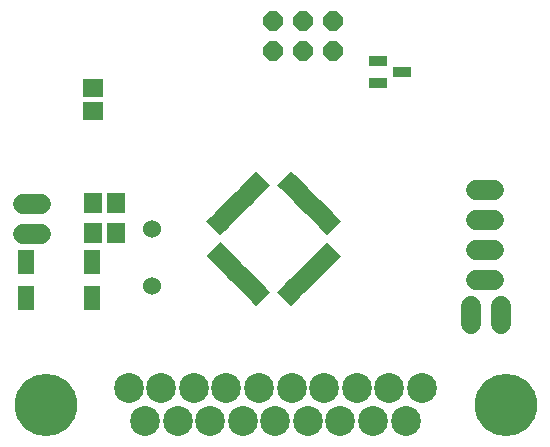
<source format=gts>
G04 EAGLE Gerber RS-274X export*
G75*
%MOMM*%
%FSLAX34Y34*%
%LPD*%
%INSoldermask Top*%
%IPPOS*%
%AMOC8*
5,1,8,0,0,1.08239X$1,22.5*%
G01*
%ADD10R,1.678200X0.503200*%
%ADD11C,2.528200*%
%ADD12C,5.283200*%
%ADD13C,1.524000*%
%ADD14R,1.703200X1.503200*%
%ADD15C,1.727200*%
%ADD16P,1.759533X8X202.500000*%
%ADD17R,1.473200X2.082800*%
%ADD18R,1.503200X1.703200*%
%ADD19R,1.512800X0.822000*%


D10*
G36*
X222232Y244901D02*
X210366Y256767D01*
X213924Y260325D01*
X225790Y248459D01*
X222232Y244901D01*
G37*
G36*
X218697Y241365D02*
X206831Y253231D01*
X210389Y256789D01*
X222255Y244923D01*
X218697Y241365D01*
G37*
G36*
X215161Y237830D02*
X203295Y249696D01*
X206853Y253254D01*
X218719Y241388D01*
X215161Y237830D01*
G37*
G36*
X211626Y234294D02*
X199760Y246160D01*
X203318Y249718D01*
X215184Y237852D01*
X211626Y234294D01*
G37*
G36*
X208090Y230758D02*
X196224Y242624D01*
X199782Y246182D01*
X211648Y234316D01*
X208090Y230758D01*
G37*
G36*
X204555Y227223D02*
X192689Y239089D01*
X196247Y242647D01*
X208113Y230781D01*
X204555Y227223D01*
G37*
G36*
X201019Y223687D02*
X189153Y235553D01*
X192711Y239111D01*
X204577Y227245D01*
X201019Y223687D01*
G37*
G36*
X197484Y220152D02*
X185618Y232018D01*
X189176Y235576D01*
X201042Y223710D01*
X197484Y220152D01*
G37*
G36*
X193948Y216616D02*
X182082Y228482D01*
X185640Y232040D01*
X197506Y220174D01*
X193948Y216616D01*
G37*
G36*
X190412Y213081D02*
X178546Y224947D01*
X182104Y228505D01*
X193970Y216639D01*
X190412Y213081D01*
G37*
G36*
X186877Y209545D02*
X175011Y221411D01*
X178569Y224969D01*
X190435Y213103D01*
X186877Y209545D01*
G37*
G36*
X183341Y206010D02*
X171475Y217876D01*
X175033Y221434D01*
X186899Y209568D01*
X183341Y206010D01*
G37*
G36*
X186899Y196832D02*
X175033Y184966D01*
X171475Y188524D01*
X183341Y200390D01*
X186899Y196832D01*
G37*
G36*
X190435Y193297D02*
X178569Y181431D01*
X175011Y184989D01*
X186877Y196855D01*
X190435Y193297D01*
G37*
G36*
X193970Y189761D02*
X182104Y177895D01*
X178546Y181453D01*
X190412Y193319D01*
X193970Y189761D01*
G37*
G36*
X197506Y186226D02*
X185640Y174360D01*
X182082Y177918D01*
X193948Y189784D01*
X197506Y186226D01*
G37*
G36*
X201042Y182690D02*
X189176Y170824D01*
X185618Y174382D01*
X197484Y186248D01*
X201042Y182690D01*
G37*
G36*
X204577Y179155D02*
X192711Y167289D01*
X189153Y170847D01*
X201019Y182713D01*
X204577Y179155D01*
G37*
G36*
X208113Y175619D02*
X196247Y163753D01*
X192689Y167311D01*
X204555Y179177D01*
X208113Y175619D01*
G37*
G36*
X211648Y172084D02*
X199782Y160218D01*
X196224Y163776D01*
X208090Y175642D01*
X211648Y172084D01*
G37*
G36*
X215184Y168548D02*
X203318Y156682D01*
X199760Y160240D01*
X211626Y172106D01*
X215184Y168548D01*
G37*
G36*
X218719Y165012D02*
X206853Y153146D01*
X203295Y156704D01*
X215161Y168570D01*
X218719Y165012D01*
G37*
G36*
X222255Y161477D02*
X210389Y149611D01*
X206831Y153169D01*
X218697Y165035D01*
X222255Y161477D01*
G37*
G36*
X225790Y157941D02*
X213924Y146075D01*
X210366Y149633D01*
X222232Y161499D01*
X225790Y157941D01*
G37*
G36*
X243276Y146075D02*
X231410Y157941D01*
X234968Y161499D01*
X246834Y149633D01*
X243276Y146075D01*
G37*
G36*
X246811Y149611D02*
X234945Y161477D01*
X238503Y165035D01*
X250369Y153169D01*
X246811Y149611D01*
G37*
G36*
X250347Y153146D02*
X238481Y165012D01*
X242039Y168570D01*
X253905Y156704D01*
X250347Y153146D01*
G37*
G36*
X253882Y156682D02*
X242016Y168548D01*
X245574Y172106D01*
X257440Y160240D01*
X253882Y156682D01*
G37*
G36*
X257418Y160218D02*
X245552Y172084D01*
X249110Y175642D01*
X260976Y163776D01*
X257418Y160218D01*
G37*
G36*
X260953Y163753D02*
X249087Y175619D01*
X252645Y179177D01*
X264511Y167311D01*
X260953Y163753D01*
G37*
G36*
X264489Y167289D02*
X252623Y179155D01*
X256181Y182713D01*
X268047Y170847D01*
X264489Y167289D01*
G37*
G36*
X268024Y170824D02*
X256158Y182690D01*
X259716Y186248D01*
X271582Y174382D01*
X268024Y170824D01*
G37*
G36*
X271560Y174360D02*
X259694Y186226D01*
X263252Y189784D01*
X275118Y177918D01*
X271560Y174360D01*
G37*
G36*
X275096Y177895D02*
X263230Y189761D01*
X266788Y193319D01*
X278654Y181453D01*
X275096Y177895D01*
G37*
G36*
X278631Y181431D02*
X266765Y193297D01*
X270323Y196855D01*
X282189Y184989D01*
X278631Y181431D01*
G37*
G36*
X282167Y184966D02*
X270301Y196832D01*
X273859Y200390D01*
X285725Y188524D01*
X282167Y184966D01*
G37*
G36*
X285725Y217876D02*
X273859Y206010D01*
X270301Y209568D01*
X282167Y221434D01*
X285725Y217876D01*
G37*
G36*
X282189Y221411D02*
X270323Y209545D01*
X266765Y213103D01*
X278631Y224969D01*
X282189Y221411D01*
G37*
G36*
X278654Y224947D02*
X266788Y213081D01*
X263230Y216639D01*
X275096Y228505D01*
X278654Y224947D01*
G37*
G36*
X275118Y228482D02*
X263252Y216616D01*
X259694Y220174D01*
X271560Y232040D01*
X275118Y228482D01*
G37*
G36*
X271582Y232018D02*
X259716Y220152D01*
X256158Y223710D01*
X268024Y235576D01*
X271582Y232018D01*
G37*
G36*
X268047Y235553D02*
X256181Y223687D01*
X252623Y227245D01*
X264489Y239111D01*
X268047Y235553D01*
G37*
G36*
X264511Y239089D02*
X252645Y227223D01*
X249087Y230781D01*
X260953Y242647D01*
X264511Y239089D01*
G37*
G36*
X260976Y242624D02*
X249110Y230758D01*
X245552Y234316D01*
X257418Y246182D01*
X260976Y242624D01*
G37*
G36*
X257440Y246160D02*
X245574Y234294D01*
X242016Y237852D01*
X253882Y249718D01*
X257440Y246160D01*
G37*
G36*
X253905Y249696D02*
X242039Y237830D01*
X238481Y241388D01*
X250347Y253254D01*
X253905Y249696D01*
G37*
G36*
X250369Y253231D02*
X238503Y241365D01*
X234945Y244923D01*
X246811Y256789D01*
X250369Y253231D01*
G37*
G36*
X246834Y256767D02*
X234968Y244901D01*
X231410Y248459D01*
X243276Y260325D01*
X246834Y256767D01*
G37*
D11*
X354084Y76654D03*
X326398Y76654D03*
X298966Y76654D03*
X271280Y76654D03*
X243594Y76654D03*
X216162Y76654D03*
X188476Y76654D03*
X160790Y76654D03*
X133358Y76654D03*
X105672Y76654D03*
X340368Y48206D03*
X312682Y48206D03*
X284996Y48206D03*
X257564Y48206D03*
X229878Y48206D03*
X202192Y48206D03*
X174760Y48206D03*
X147074Y48206D03*
X119388Y48206D03*
D12*
X36076Y62430D03*
X425204Y62430D03*
D13*
X125730Y210820D03*
X125730Y162560D03*
D14*
X75311Y330302D03*
X75311Y311302D03*
D15*
X400026Y243866D02*
X415266Y243866D01*
X415266Y218466D02*
X400026Y218466D01*
X400026Y193066D02*
X415266Y193066D01*
X415266Y167666D02*
X400026Y167666D01*
X395196Y145981D02*
X395196Y130741D01*
X420596Y130741D02*
X420596Y145981D01*
D16*
X278524Y361923D03*
X278524Y387323D03*
X253124Y361923D03*
X253124Y387323D03*
X227724Y361923D03*
X227724Y387323D03*
D17*
X74361Y182960D03*
X18481Y182960D03*
X18481Y152480D03*
X74361Y152480D03*
D18*
X94912Y208117D03*
X75912Y208117D03*
X94912Y232758D03*
X75912Y232758D03*
D15*
X31750Y232410D02*
X16510Y232410D01*
X16510Y207010D02*
X31750Y207010D01*
D19*
X317127Y353543D03*
X317127Y334543D03*
X337431Y344043D03*
M02*

</source>
